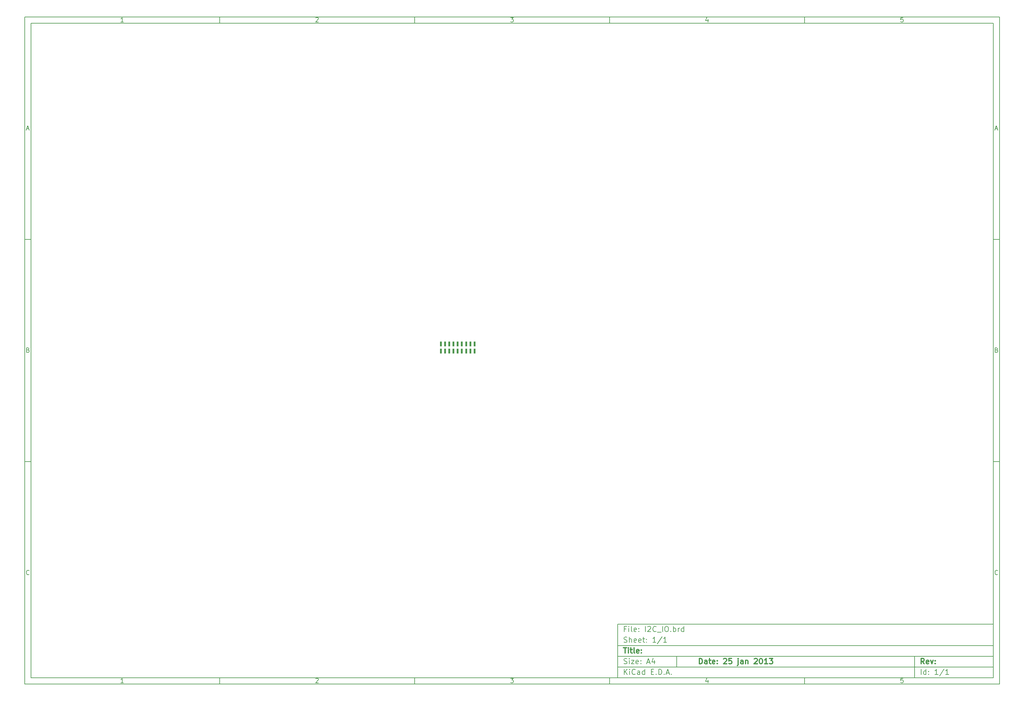
<source format=gbp>
G04 (created by PCBNEW-RS274X (2012-apr-16-27)-stable) date Fri 25 Jan 2013 18:12:53 GMT*
G01*
G70*
G90*
%MOIN*%
G04 Gerber Fmt 3.4, Leading zero omitted, Abs format*
%FSLAX34Y34*%
G04 APERTURE LIST*
%ADD10C,0.006000*%
%ADD11C,0.012000*%
%ADD12R,0.023600X0.055100*%
G04 APERTURE END LIST*
G54D10*
X04000Y-04000D02*
X113000Y-04000D01*
X113000Y-78670D01*
X04000Y-78670D01*
X04000Y-04000D01*
X04700Y-04700D02*
X112300Y-04700D01*
X112300Y-77970D01*
X04700Y-77970D01*
X04700Y-04700D01*
X25800Y-04000D02*
X25800Y-04700D01*
X15043Y-04552D02*
X14757Y-04552D01*
X14900Y-04552D02*
X14900Y-04052D01*
X14852Y-04124D01*
X14805Y-04171D01*
X14757Y-04195D01*
X25800Y-78670D02*
X25800Y-77970D01*
X15043Y-78522D02*
X14757Y-78522D01*
X14900Y-78522D02*
X14900Y-78022D01*
X14852Y-78094D01*
X14805Y-78141D01*
X14757Y-78165D01*
X47600Y-04000D02*
X47600Y-04700D01*
X36557Y-04100D02*
X36581Y-04076D01*
X36629Y-04052D01*
X36748Y-04052D01*
X36795Y-04076D01*
X36819Y-04100D01*
X36843Y-04148D01*
X36843Y-04195D01*
X36819Y-04267D01*
X36533Y-04552D01*
X36843Y-04552D01*
X47600Y-78670D02*
X47600Y-77970D01*
X36557Y-78070D02*
X36581Y-78046D01*
X36629Y-78022D01*
X36748Y-78022D01*
X36795Y-78046D01*
X36819Y-78070D01*
X36843Y-78118D01*
X36843Y-78165D01*
X36819Y-78237D01*
X36533Y-78522D01*
X36843Y-78522D01*
X69400Y-04000D02*
X69400Y-04700D01*
X58333Y-04052D02*
X58643Y-04052D01*
X58476Y-04243D01*
X58548Y-04243D01*
X58595Y-04267D01*
X58619Y-04290D01*
X58643Y-04338D01*
X58643Y-04457D01*
X58619Y-04505D01*
X58595Y-04529D01*
X58548Y-04552D01*
X58405Y-04552D01*
X58357Y-04529D01*
X58333Y-04505D01*
X69400Y-78670D02*
X69400Y-77970D01*
X58333Y-78022D02*
X58643Y-78022D01*
X58476Y-78213D01*
X58548Y-78213D01*
X58595Y-78237D01*
X58619Y-78260D01*
X58643Y-78308D01*
X58643Y-78427D01*
X58619Y-78475D01*
X58595Y-78499D01*
X58548Y-78522D01*
X58405Y-78522D01*
X58357Y-78499D01*
X58333Y-78475D01*
X91200Y-04000D02*
X91200Y-04700D01*
X80395Y-04219D02*
X80395Y-04552D01*
X80276Y-04029D02*
X80157Y-04386D01*
X80467Y-04386D01*
X91200Y-78670D02*
X91200Y-77970D01*
X80395Y-78189D02*
X80395Y-78522D01*
X80276Y-77999D02*
X80157Y-78356D01*
X80467Y-78356D01*
X102219Y-04052D02*
X101981Y-04052D01*
X101957Y-04290D01*
X101981Y-04267D01*
X102029Y-04243D01*
X102148Y-04243D01*
X102195Y-04267D01*
X102219Y-04290D01*
X102243Y-04338D01*
X102243Y-04457D01*
X102219Y-04505D01*
X102195Y-04529D01*
X102148Y-04552D01*
X102029Y-04552D01*
X101981Y-04529D01*
X101957Y-04505D01*
X102219Y-78022D02*
X101981Y-78022D01*
X101957Y-78260D01*
X101981Y-78237D01*
X102029Y-78213D01*
X102148Y-78213D01*
X102195Y-78237D01*
X102219Y-78260D01*
X102243Y-78308D01*
X102243Y-78427D01*
X102219Y-78475D01*
X102195Y-78499D01*
X102148Y-78522D01*
X102029Y-78522D01*
X101981Y-78499D01*
X101957Y-78475D01*
X04000Y-28890D02*
X04700Y-28890D01*
X04231Y-16510D02*
X04469Y-16510D01*
X04184Y-16652D02*
X04350Y-16152D01*
X04517Y-16652D01*
X113000Y-28890D02*
X112300Y-28890D01*
X112531Y-16510D02*
X112769Y-16510D01*
X112484Y-16652D02*
X112650Y-16152D01*
X112817Y-16652D01*
X04000Y-53780D02*
X04700Y-53780D01*
X04386Y-41280D02*
X04457Y-41304D01*
X04481Y-41328D01*
X04505Y-41376D01*
X04505Y-41447D01*
X04481Y-41495D01*
X04457Y-41519D01*
X04410Y-41542D01*
X04219Y-41542D01*
X04219Y-41042D01*
X04386Y-41042D01*
X04433Y-41066D01*
X04457Y-41090D01*
X04481Y-41138D01*
X04481Y-41185D01*
X04457Y-41233D01*
X04433Y-41257D01*
X04386Y-41280D01*
X04219Y-41280D01*
X113000Y-53780D02*
X112300Y-53780D01*
X112686Y-41280D02*
X112757Y-41304D01*
X112781Y-41328D01*
X112805Y-41376D01*
X112805Y-41447D01*
X112781Y-41495D01*
X112757Y-41519D01*
X112710Y-41542D01*
X112519Y-41542D01*
X112519Y-41042D01*
X112686Y-41042D01*
X112733Y-41066D01*
X112757Y-41090D01*
X112781Y-41138D01*
X112781Y-41185D01*
X112757Y-41233D01*
X112733Y-41257D01*
X112686Y-41280D01*
X112519Y-41280D01*
X04505Y-66385D02*
X04481Y-66409D01*
X04410Y-66432D01*
X04362Y-66432D01*
X04290Y-66409D01*
X04243Y-66361D01*
X04219Y-66313D01*
X04195Y-66218D01*
X04195Y-66147D01*
X04219Y-66051D01*
X04243Y-66004D01*
X04290Y-65956D01*
X04362Y-65932D01*
X04410Y-65932D01*
X04481Y-65956D01*
X04505Y-65980D01*
X112805Y-66385D02*
X112781Y-66409D01*
X112710Y-66432D01*
X112662Y-66432D01*
X112590Y-66409D01*
X112543Y-66361D01*
X112519Y-66313D01*
X112495Y-66218D01*
X112495Y-66147D01*
X112519Y-66051D01*
X112543Y-66004D01*
X112590Y-65956D01*
X112662Y-65932D01*
X112710Y-65932D01*
X112781Y-65956D01*
X112805Y-65980D01*
G54D11*
X79443Y-76413D02*
X79443Y-75813D01*
X79586Y-75813D01*
X79671Y-75841D01*
X79729Y-75899D01*
X79757Y-75956D01*
X79786Y-76070D01*
X79786Y-76156D01*
X79757Y-76270D01*
X79729Y-76327D01*
X79671Y-76384D01*
X79586Y-76413D01*
X79443Y-76413D01*
X80300Y-76413D02*
X80300Y-76099D01*
X80271Y-76041D01*
X80214Y-76013D01*
X80100Y-76013D01*
X80043Y-76041D01*
X80300Y-76384D02*
X80243Y-76413D01*
X80100Y-76413D01*
X80043Y-76384D01*
X80014Y-76327D01*
X80014Y-76270D01*
X80043Y-76213D01*
X80100Y-76184D01*
X80243Y-76184D01*
X80300Y-76156D01*
X80500Y-76013D02*
X80729Y-76013D01*
X80586Y-75813D02*
X80586Y-76327D01*
X80614Y-76384D01*
X80672Y-76413D01*
X80729Y-76413D01*
X81157Y-76384D02*
X81100Y-76413D01*
X80986Y-76413D01*
X80929Y-76384D01*
X80900Y-76327D01*
X80900Y-76099D01*
X80929Y-76041D01*
X80986Y-76013D01*
X81100Y-76013D01*
X81157Y-76041D01*
X81186Y-76099D01*
X81186Y-76156D01*
X80900Y-76213D01*
X81443Y-76356D02*
X81471Y-76384D01*
X81443Y-76413D01*
X81414Y-76384D01*
X81443Y-76356D01*
X81443Y-76413D01*
X81443Y-76041D02*
X81471Y-76070D01*
X81443Y-76099D01*
X81414Y-76070D01*
X81443Y-76041D01*
X81443Y-76099D01*
X82157Y-75870D02*
X82186Y-75841D01*
X82243Y-75813D01*
X82386Y-75813D01*
X82443Y-75841D01*
X82472Y-75870D01*
X82500Y-75927D01*
X82500Y-75984D01*
X82472Y-76070D01*
X82129Y-76413D01*
X82500Y-76413D01*
X83043Y-75813D02*
X82757Y-75813D01*
X82728Y-76099D01*
X82757Y-76070D01*
X82814Y-76041D01*
X82957Y-76041D01*
X83014Y-76070D01*
X83043Y-76099D01*
X83071Y-76156D01*
X83071Y-76299D01*
X83043Y-76356D01*
X83014Y-76384D01*
X82957Y-76413D01*
X82814Y-76413D01*
X82757Y-76384D01*
X82728Y-76356D01*
X83785Y-76013D02*
X83785Y-76527D01*
X83756Y-76584D01*
X83699Y-76613D01*
X83671Y-76613D01*
X83785Y-75813D02*
X83756Y-75841D01*
X83785Y-75870D01*
X83813Y-75841D01*
X83785Y-75813D01*
X83785Y-75870D01*
X84328Y-76413D02*
X84328Y-76099D01*
X84299Y-76041D01*
X84242Y-76013D01*
X84128Y-76013D01*
X84071Y-76041D01*
X84328Y-76384D02*
X84271Y-76413D01*
X84128Y-76413D01*
X84071Y-76384D01*
X84042Y-76327D01*
X84042Y-76270D01*
X84071Y-76213D01*
X84128Y-76184D01*
X84271Y-76184D01*
X84328Y-76156D01*
X84614Y-76013D02*
X84614Y-76413D01*
X84614Y-76070D02*
X84642Y-76041D01*
X84700Y-76013D01*
X84785Y-76013D01*
X84842Y-76041D01*
X84871Y-76099D01*
X84871Y-76413D01*
X85585Y-75870D02*
X85614Y-75841D01*
X85671Y-75813D01*
X85814Y-75813D01*
X85871Y-75841D01*
X85900Y-75870D01*
X85928Y-75927D01*
X85928Y-75984D01*
X85900Y-76070D01*
X85557Y-76413D01*
X85928Y-76413D01*
X86299Y-75813D02*
X86356Y-75813D01*
X86413Y-75841D01*
X86442Y-75870D01*
X86471Y-75927D01*
X86499Y-76041D01*
X86499Y-76184D01*
X86471Y-76299D01*
X86442Y-76356D01*
X86413Y-76384D01*
X86356Y-76413D01*
X86299Y-76413D01*
X86242Y-76384D01*
X86213Y-76356D01*
X86185Y-76299D01*
X86156Y-76184D01*
X86156Y-76041D01*
X86185Y-75927D01*
X86213Y-75870D01*
X86242Y-75841D01*
X86299Y-75813D01*
X87070Y-76413D02*
X86727Y-76413D01*
X86899Y-76413D02*
X86899Y-75813D01*
X86842Y-75899D01*
X86784Y-75956D01*
X86727Y-75984D01*
X87270Y-75813D02*
X87641Y-75813D01*
X87441Y-76041D01*
X87527Y-76041D01*
X87584Y-76070D01*
X87613Y-76099D01*
X87641Y-76156D01*
X87641Y-76299D01*
X87613Y-76356D01*
X87584Y-76384D01*
X87527Y-76413D01*
X87355Y-76413D01*
X87298Y-76384D01*
X87270Y-76356D01*
G54D10*
X71043Y-77613D02*
X71043Y-77013D01*
X71386Y-77613D02*
X71129Y-77270D01*
X71386Y-77013D02*
X71043Y-77356D01*
X71643Y-77613D02*
X71643Y-77213D01*
X71643Y-77013D02*
X71614Y-77041D01*
X71643Y-77070D01*
X71671Y-77041D01*
X71643Y-77013D01*
X71643Y-77070D01*
X72272Y-77556D02*
X72243Y-77584D01*
X72157Y-77613D01*
X72100Y-77613D01*
X72015Y-77584D01*
X71957Y-77527D01*
X71929Y-77470D01*
X71900Y-77356D01*
X71900Y-77270D01*
X71929Y-77156D01*
X71957Y-77099D01*
X72015Y-77041D01*
X72100Y-77013D01*
X72157Y-77013D01*
X72243Y-77041D01*
X72272Y-77070D01*
X72786Y-77613D02*
X72786Y-77299D01*
X72757Y-77241D01*
X72700Y-77213D01*
X72586Y-77213D01*
X72529Y-77241D01*
X72786Y-77584D02*
X72729Y-77613D01*
X72586Y-77613D01*
X72529Y-77584D01*
X72500Y-77527D01*
X72500Y-77470D01*
X72529Y-77413D01*
X72586Y-77384D01*
X72729Y-77384D01*
X72786Y-77356D01*
X73329Y-77613D02*
X73329Y-77013D01*
X73329Y-77584D02*
X73272Y-77613D01*
X73158Y-77613D01*
X73100Y-77584D01*
X73072Y-77556D01*
X73043Y-77499D01*
X73043Y-77327D01*
X73072Y-77270D01*
X73100Y-77241D01*
X73158Y-77213D01*
X73272Y-77213D01*
X73329Y-77241D01*
X74072Y-77299D02*
X74272Y-77299D01*
X74358Y-77613D02*
X74072Y-77613D01*
X74072Y-77013D01*
X74358Y-77013D01*
X74615Y-77556D02*
X74643Y-77584D01*
X74615Y-77613D01*
X74586Y-77584D01*
X74615Y-77556D01*
X74615Y-77613D01*
X74901Y-77613D02*
X74901Y-77013D01*
X75044Y-77013D01*
X75129Y-77041D01*
X75187Y-77099D01*
X75215Y-77156D01*
X75244Y-77270D01*
X75244Y-77356D01*
X75215Y-77470D01*
X75187Y-77527D01*
X75129Y-77584D01*
X75044Y-77613D01*
X74901Y-77613D01*
X75501Y-77556D02*
X75529Y-77584D01*
X75501Y-77613D01*
X75472Y-77584D01*
X75501Y-77556D01*
X75501Y-77613D01*
X75758Y-77441D02*
X76044Y-77441D01*
X75701Y-77613D02*
X75901Y-77013D01*
X76101Y-77613D01*
X76301Y-77556D02*
X76329Y-77584D01*
X76301Y-77613D01*
X76272Y-77584D01*
X76301Y-77556D01*
X76301Y-77613D01*
G54D11*
X104586Y-76413D02*
X104386Y-76127D01*
X104243Y-76413D02*
X104243Y-75813D01*
X104471Y-75813D01*
X104529Y-75841D01*
X104557Y-75870D01*
X104586Y-75927D01*
X104586Y-76013D01*
X104557Y-76070D01*
X104529Y-76099D01*
X104471Y-76127D01*
X104243Y-76127D01*
X105071Y-76384D02*
X105014Y-76413D01*
X104900Y-76413D01*
X104843Y-76384D01*
X104814Y-76327D01*
X104814Y-76099D01*
X104843Y-76041D01*
X104900Y-76013D01*
X105014Y-76013D01*
X105071Y-76041D01*
X105100Y-76099D01*
X105100Y-76156D01*
X104814Y-76213D01*
X105300Y-76013D02*
X105443Y-76413D01*
X105585Y-76013D01*
X105814Y-76356D02*
X105842Y-76384D01*
X105814Y-76413D01*
X105785Y-76384D01*
X105814Y-76356D01*
X105814Y-76413D01*
X105814Y-76041D02*
X105842Y-76070D01*
X105814Y-76099D01*
X105785Y-76070D01*
X105814Y-76041D01*
X105814Y-76099D01*
G54D10*
X71014Y-76384D02*
X71100Y-76413D01*
X71243Y-76413D01*
X71300Y-76384D01*
X71329Y-76356D01*
X71357Y-76299D01*
X71357Y-76241D01*
X71329Y-76184D01*
X71300Y-76156D01*
X71243Y-76127D01*
X71129Y-76099D01*
X71071Y-76070D01*
X71043Y-76041D01*
X71014Y-75984D01*
X71014Y-75927D01*
X71043Y-75870D01*
X71071Y-75841D01*
X71129Y-75813D01*
X71271Y-75813D01*
X71357Y-75841D01*
X71614Y-76413D02*
X71614Y-76013D01*
X71614Y-75813D02*
X71585Y-75841D01*
X71614Y-75870D01*
X71642Y-75841D01*
X71614Y-75813D01*
X71614Y-75870D01*
X71843Y-76013D02*
X72157Y-76013D01*
X71843Y-76413D01*
X72157Y-76413D01*
X72614Y-76384D02*
X72557Y-76413D01*
X72443Y-76413D01*
X72386Y-76384D01*
X72357Y-76327D01*
X72357Y-76099D01*
X72386Y-76041D01*
X72443Y-76013D01*
X72557Y-76013D01*
X72614Y-76041D01*
X72643Y-76099D01*
X72643Y-76156D01*
X72357Y-76213D01*
X72900Y-76356D02*
X72928Y-76384D01*
X72900Y-76413D01*
X72871Y-76384D01*
X72900Y-76356D01*
X72900Y-76413D01*
X72900Y-76041D02*
X72928Y-76070D01*
X72900Y-76099D01*
X72871Y-76070D01*
X72900Y-76041D01*
X72900Y-76099D01*
X73614Y-76241D02*
X73900Y-76241D01*
X73557Y-76413D02*
X73757Y-75813D01*
X73957Y-76413D01*
X74414Y-76013D02*
X74414Y-76413D01*
X74271Y-75784D02*
X74128Y-76213D01*
X74500Y-76213D01*
X104243Y-77613D02*
X104243Y-77013D01*
X104786Y-77613D02*
X104786Y-77013D01*
X104786Y-77584D02*
X104729Y-77613D01*
X104615Y-77613D01*
X104557Y-77584D01*
X104529Y-77556D01*
X104500Y-77499D01*
X104500Y-77327D01*
X104529Y-77270D01*
X104557Y-77241D01*
X104615Y-77213D01*
X104729Y-77213D01*
X104786Y-77241D01*
X105072Y-77556D02*
X105100Y-77584D01*
X105072Y-77613D01*
X105043Y-77584D01*
X105072Y-77556D01*
X105072Y-77613D01*
X105072Y-77241D02*
X105100Y-77270D01*
X105072Y-77299D01*
X105043Y-77270D01*
X105072Y-77241D01*
X105072Y-77299D01*
X106129Y-77613D02*
X105786Y-77613D01*
X105958Y-77613D02*
X105958Y-77013D01*
X105901Y-77099D01*
X105843Y-77156D01*
X105786Y-77184D01*
X106814Y-76984D02*
X106300Y-77756D01*
X107329Y-77613D02*
X106986Y-77613D01*
X107158Y-77613D02*
X107158Y-77013D01*
X107101Y-77099D01*
X107043Y-77156D01*
X106986Y-77184D01*
G54D11*
X70957Y-74613D02*
X71300Y-74613D01*
X71129Y-75213D02*
X71129Y-74613D01*
X71500Y-75213D02*
X71500Y-74813D01*
X71500Y-74613D02*
X71471Y-74641D01*
X71500Y-74670D01*
X71528Y-74641D01*
X71500Y-74613D01*
X71500Y-74670D01*
X71700Y-74813D02*
X71929Y-74813D01*
X71786Y-74613D02*
X71786Y-75127D01*
X71814Y-75184D01*
X71872Y-75213D01*
X71929Y-75213D01*
X72215Y-75213D02*
X72157Y-75184D01*
X72129Y-75127D01*
X72129Y-74613D01*
X72671Y-75184D02*
X72614Y-75213D01*
X72500Y-75213D01*
X72443Y-75184D01*
X72414Y-75127D01*
X72414Y-74899D01*
X72443Y-74841D01*
X72500Y-74813D01*
X72614Y-74813D01*
X72671Y-74841D01*
X72700Y-74899D01*
X72700Y-74956D01*
X72414Y-75013D01*
X72957Y-75156D02*
X72985Y-75184D01*
X72957Y-75213D01*
X72928Y-75184D01*
X72957Y-75156D01*
X72957Y-75213D01*
X72957Y-74841D02*
X72985Y-74870D01*
X72957Y-74899D01*
X72928Y-74870D01*
X72957Y-74841D01*
X72957Y-74899D01*
G54D10*
X71243Y-72499D02*
X71043Y-72499D01*
X71043Y-72813D02*
X71043Y-72213D01*
X71329Y-72213D01*
X71557Y-72813D02*
X71557Y-72413D01*
X71557Y-72213D02*
X71528Y-72241D01*
X71557Y-72270D01*
X71585Y-72241D01*
X71557Y-72213D01*
X71557Y-72270D01*
X71929Y-72813D02*
X71871Y-72784D01*
X71843Y-72727D01*
X71843Y-72213D01*
X72385Y-72784D02*
X72328Y-72813D01*
X72214Y-72813D01*
X72157Y-72784D01*
X72128Y-72727D01*
X72128Y-72499D01*
X72157Y-72441D01*
X72214Y-72413D01*
X72328Y-72413D01*
X72385Y-72441D01*
X72414Y-72499D01*
X72414Y-72556D01*
X72128Y-72613D01*
X72671Y-72756D02*
X72699Y-72784D01*
X72671Y-72813D01*
X72642Y-72784D01*
X72671Y-72756D01*
X72671Y-72813D01*
X72671Y-72441D02*
X72699Y-72470D01*
X72671Y-72499D01*
X72642Y-72470D01*
X72671Y-72441D01*
X72671Y-72499D01*
X73414Y-72813D02*
X73414Y-72213D01*
X73671Y-72270D02*
X73700Y-72241D01*
X73757Y-72213D01*
X73900Y-72213D01*
X73957Y-72241D01*
X73986Y-72270D01*
X74014Y-72327D01*
X74014Y-72384D01*
X73986Y-72470D01*
X73643Y-72813D01*
X74014Y-72813D01*
X74614Y-72756D02*
X74585Y-72784D01*
X74499Y-72813D01*
X74442Y-72813D01*
X74357Y-72784D01*
X74299Y-72727D01*
X74271Y-72670D01*
X74242Y-72556D01*
X74242Y-72470D01*
X74271Y-72356D01*
X74299Y-72299D01*
X74357Y-72241D01*
X74442Y-72213D01*
X74499Y-72213D01*
X74585Y-72241D01*
X74614Y-72270D01*
X74728Y-72870D02*
X75185Y-72870D01*
X75328Y-72813D02*
X75328Y-72213D01*
X75728Y-72213D02*
X75842Y-72213D01*
X75900Y-72241D01*
X75957Y-72299D01*
X75985Y-72413D01*
X75985Y-72613D01*
X75957Y-72727D01*
X75900Y-72784D01*
X75842Y-72813D01*
X75728Y-72813D01*
X75671Y-72784D01*
X75614Y-72727D01*
X75585Y-72613D01*
X75585Y-72413D01*
X75614Y-72299D01*
X75671Y-72241D01*
X75728Y-72213D01*
X76243Y-72756D02*
X76271Y-72784D01*
X76243Y-72813D01*
X76214Y-72784D01*
X76243Y-72756D01*
X76243Y-72813D01*
X76529Y-72813D02*
X76529Y-72213D01*
X76529Y-72441D02*
X76586Y-72413D01*
X76700Y-72413D01*
X76757Y-72441D01*
X76786Y-72470D01*
X76815Y-72527D01*
X76815Y-72699D01*
X76786Y-72756D01*
X76757Y-72784D01*
X76700Y-72813D01*
X76586Y-72813D01*
X76529Y-72784D01*
X77072Y-72813D02*
X77072Y-72413D01*
X77072Y-72527D02*
X77100Y-72470D01*
X77129Y-72441D01*
X77186Y-72413D01*
X77243Y-72413D01*
X77700Y-72813D02*
X77700Y-72213D01*
X77700Y-72784D02*
X77643Y-72813D01*
X77529Y-72813D01*
X77471Y-72784D01*
X77443Y-72756D01*
X77414Y-72699D01*
X77414Y-72527D01*
X77443Y-72470D01*
X77471Y-72441D01*
X77529Y-72413D01*
X77643Y-72413D01*
X77700Y-72441D01*
X71014Y-73984D02*
X71100Y-74013D01*
X71243Y-74013D01*
X71300Y-73984D01*
X71329Y-73956D01*
X71357Y-73899D01*
X71357Y-73841D01*
X71329Y-73784D01*
X71300Y-73756D01*
X71243Y-73727D01*
X71129Y-73699D01*
X71071Y-73670D01*
X71043Y-73641D01*
X71014Y-73584D01*
X71014Y-73527D01*
X71043Y-73470D01*
X71071Y-73441D01*
X71129Y-73413D01*
X71271Y-73413D01*
X71357Y-73441D01*
X71614Y-74013D02*
X71614Y-73413D01*
X71871Y-74013D02*
X71871Y-73699D01*
X71842Y-73641D01*
X71785Y-73613D01*
X71700Y-73613D01*
X71642Y-73641D01*
X71614Y-73670D01*
X72385Y-73984D02*
X72328Y-74013D01*
X72214Y-74013D01*
X72157Y-73984D01*
X72128Y-73927D01*
X72128Y-73699D01*
X72157Y-73641D01*
X72214Y-73613D01*
X72328Y-73613D01*
X72385Y-73641D01*
X72414Y-73699D01*
X72414Y-73756D01*
X72128Y-73813D01*
X72899Y-73984D02*
X72842Y-74013D01*
X72728Y-74013D01*
X72671Y-73984D01*
X72642Y-73927D01*
X72642Y-73699D01*
X72671Y-73641D01*
X72728Y-73613D01*
X72842Y-73613D01*
X72899Y-73641D01*
X72928Y-73699D01*
X72928Y-73756D01*
X72642Y-73813D01*
X73099Y-73613D02*
X73328Y-73613D01*
X73185Y-73413D02*
X73185Y-73927D01*
X73213Y-73984D01*
X73271Y-74013D01*
X73328Y-74013D01*
X73528Y-73956D02*
X73556Y-73984D01*
X73528Y-74013D01*
X73499Y-73984D01*
X73528Y-73956D01*
X73528Y-74013D01*
X73528Y-73641D02*
X73556Y-73670D01*
X73528Y-73699D01*
X73499Y-73670D01*
X73528Y-73641D01*
X73528Y-73699D01*
X74585Y-74013D02*
X74242Y-74013D01*
X74414Y-74013D02*
X74414Y-73413D01*
X74357Y-73499D01*
X74299Y-73556D01*
X74242Y-73584D01*
X75270Y-73384D02*
X74756Y-74156D01*
X75785Y-74013D02*
X75442Y-74013D01*
X75614Y-74013D02*
X75614Y-73413D01*
X75557Y-73499D01*
X75499Y-73556D01*
X75442Y-73584D01*
X70300Y-71970D02*
X70300Y-77970D01*
X70300Y-71970D02*
X112300Y-71970D01*
X70300Y-71970D02*
X112300Y-71970D01*
X70300Y-74370D02*
X112300Y-74370D01*
X103500Y-75570D02*
X103500Y-77970D01*
X70300Y-76770D02*
X112300Y-76770D01*
X70300Y-75570D02*
X112300Y-75570D01*
X76900Y-75570D02*
X76900Y-76770D01*
G54D12*
X53838Y-41394D03*
X53838Y-40606D03*
X52892Y-41394D03*
X52892Y-40606D03*
X52419Y-41394D03*
X53364Y-40606D03*
X53364Y-41394D03*
X54310Y-40606D03*
X52419Y-40606D03*
X54310Y-41394D03*
X51947Y-41394D03*
X50530Y-40606D03*
X51947Y-40606D03*
X51474Y-41394D03*
X51474Y-40606D03*
X50530Y-41394D03*
X51002Y-40606D03*
X51002Y-41394D03*
M02*

</source>
